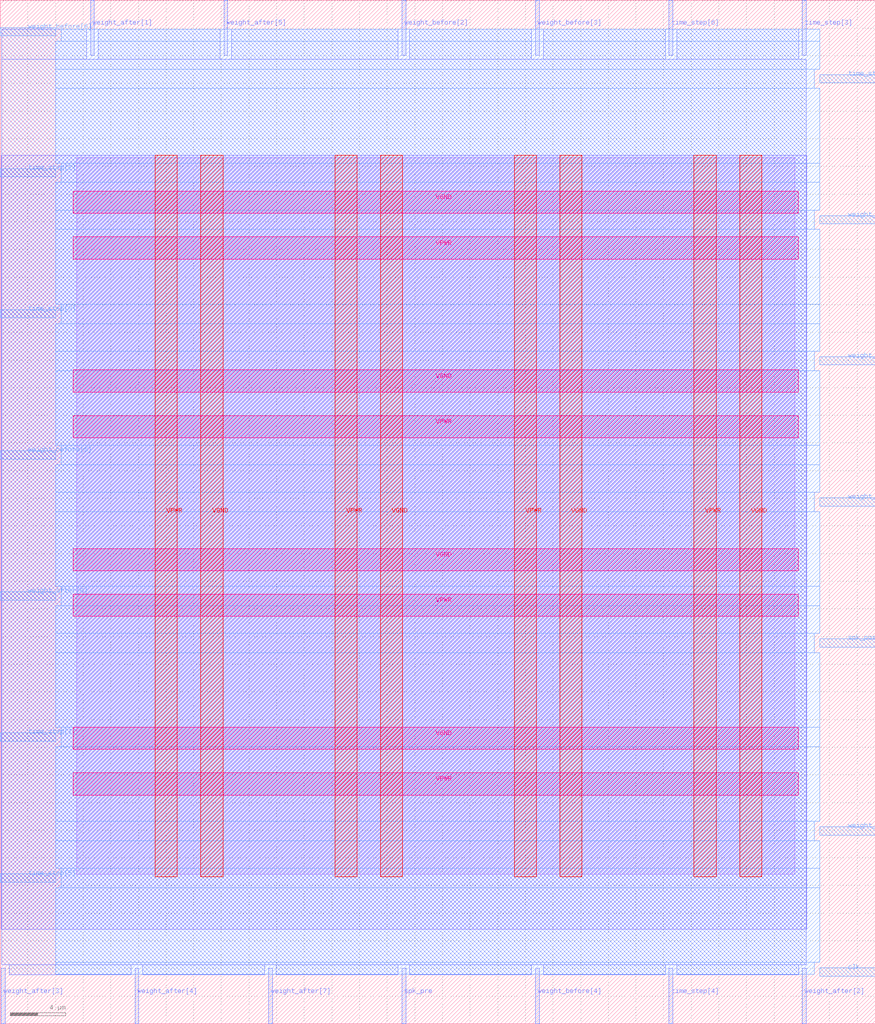
<source format=lef>
VERSION 5.7 ;
  NOWIREEXTENSIONATPIN ON ;
  DIVIDERCHAR "/" ;
  BUSBITCHARS "[]" ;
MACRO stdp
  CLASS BLOCK ;
  FOREIGN stdp ;
  ORIGIN 0.000 0.000 ;
  SIZE 63.315 BY 74.035 ;
  PIN VGND
    DIRECTION INOUT ;
    USE GROUND ;
    PORT
      LAYER met4 ;
        RECT 14.515 10.640 16.115 62.800 ;
    END
    PORT
      LAYER met4 ;
        RECT 27.510 10.640 29.110 62.800 ;
    END
    PORT
      LAYER met4 ;
        RECT 40.505 10.640 42.105 62.800 ;
    END
    PORT
      LAYER met4 ;
        RECT 53.500 10.640 55.100 62.800 ;
    END
    PORT
      LAYER met5 ;
        RECT 5.280 19.840 57.740 21.440 ;
    END
    PORT
      LAYER met5 ;
        RECT 5.280 32.760 57.740 34.360 ;
    END
    PORT
      LAYER met5 ;
        RECT 5.280 45.680 57.740 47.280 ;
    END
    PORT
      LAYER met5 ;
        RECT 5.280 58.600 57.740 60.200 ;
    END
  END VGND
  PIN VPWR
    DIRECTION INOUT ;
    USE POWER ;
    PORT
      LAYER met4 ;
        RECT 11.215 10.640 12.815 62.800 ;
    END
    PORT
      LAYER met4 ;
        RECT 24.210 10.640 25.810 62.800 ;
    END
    PORT
      LAYER met4 ;
        RECT 37.205 10.640 38.805 62.800 ;
    END
    PORT
      LAYER met4 ;
        RECT 50.200 10.640 51.800 62.800 ;
    END
    PORT
      LAYER met5 ;
        RECT 5.280 16.540 57.740 18.140 ;
    END
    PORT
      LAYER met5 ;
        RECT 5.280 29.460 57.740 31.060 ;
    END
    PORT
      LAYER met5 ;
        RECT 5.280 42.380 57.740 43.980 ;
    END
    PORT
      LAYER met5 ;
        RECT 5.280 55.300 57.740 56.900 ;
    END
  END VPWR
  PIN clk
    DIRECTION INPUT ;
    USE SIGNAL ;
    ANTENNAGATEAREA 0.852000 ;
    PORT
      LAYER met3 ;
        RECT 59.315 3.440 63.315 4.040 ;
    END
  END clk
  PIN spk_post
    DIRECTION INPUT ;
    USE SIGNAL ;
    ANTENNAGATEAREA 0.213000 ;
    PORT
      LAYER met3 ;
        RECT 59.315 27.240 63.315 27.840 ;
    END
  END spk_post
  PIN spk_pre
    DIRECTION INPUT ;
    USE SIGNAL ;
    ANTENNAGATEAREA 0.213000 ;
    PORT
      LAYER met2 ;
        RECT 29.070 0.000 29.350 4.000 ;
    END
  END spk_pre
  PIN time_step[0]
    DIRECTION INPUT ;
    USE SIGNAL ;
    ANTENNAGATEAREA 0.196500 ;
    PORT
      LAYER met3 ;
        RECT 0.000 51.040 4.000 51.640 ;
    END
  END time_step[0]
  PIN time_step[1]
    DIRECTION INPUT ;
    USE SIGNAL ;
    ANTENNAGATEAREA 0.196500 ;
    PORT
      LAYER met3 ;
        RECT 0.000 20.440 4.000 21.040 ;
    END
  END time_step[1]
  PIN time_step[2]
    DIRECTION INPUT ;
    USE SIGNAL ;
    ANTENNAGATEAREA 0.196500 ;
    PORT
      LAYER met3 ;
        RECT 0.000 61.240 4.000 61.840 ;
    END
  END time_step[2]
  PIN time_step[3]
    DIRECTION INPUT ;
    USE SIGNAL ;
    ANTENNAGATEAREA 0.196500 ;
    PORT
      LAYER met2 ;
        RECT 58.050 70.035 58.330 74.035 ;
    END
  END time_step[3]
  PIN time_step[4]
    DIRECTION INPUT ;
    USE SIGNAL ;
    ANTENNAGATEAREA 0.196500 ;
    PORT
      LAYER met2 ;
        RECT 48.390 0.000 48.670 4.000 ;
    END
  END time_step[4]
  PIN time_step[5]
    DIRECTION INPUT ;
    USE SIGNAL ;
    ANTENNAGATEAREA 0.196500 ;
    PORT
      LAYER met3 ;
        RECT 0.000 10.240 4.000 10.840 ;
    END
  END time_step[5]
  PIN time_step[6]
    DIRECTION INPUT ;
    USE SIGNAL ;
    ANTENNAGATEAREA 0.196500 ;
    PORT
      LAYER met2 ;
        RECT 48.390 70.035 48.670 74.035 ;
    END
  END time_step[6]
  PIN time_step[7]
    DIRECTION INPUT ;
    USE SIGNAL ;
    ANTENNAGATEAREA 0.196500 ;
    PORT
      LAYER met3 ;
        RECT 59.315 68.040 63.315 68.640 ;
    END
  END time_step[7]
  PIN weight_after[0]
    DIRECTION OUTPUT TRISTATE ;
    USE SIGNAL ;
    ANTENNADIFFAREA 0.795200 ;
    PORT
      LAYER met3 ;
        RECT 0.000 30.640 4.000 31.240 ;
    END
  END weight_after[0]
  PIN weight_after[1]
    DIRECTION OUTPUT TRISTATE ;
    USE SIGNAL ;
    ANTENNADIFFAREA 0.795200 ;
    PORT
      LAYER met2 ;
        RECT 6.530 70.035 6.810 74.035 ;
    END
  END weight_after[1]
  PIN weight_after[2]
    DIRECTION OUTPUT TRISTATE ;
    USE SIGNAL ;
    ANTENNADIFFAREA 0.795200 ;
    PORT
      LAYER met2 ;
        RECT 58.050 0.000 58.330 4.000 ;
    END
  END weight_after[2]
  PIN weight_after[3]
    DIRECTION OUTPUT TRISTATE ;
    USE SIGNAL ;
    ANTENNADIFFAREA 0.795200 ;
    PORT
      LAYER met2 ;
        RECT 0.090 0.000 0.370 4.000 ;
    END
  END weight_after[3]
  PIN weight_after[4]
    DIRECTION OUTPUT TRISTATE ;
    USE SIGNAL ;
    ANTENNADIFFAREA 0.795200 ;
    PORT
      LAYER met2 ;
        RECT 9.750 0.000 10.030 4.000 ;
    END
  END weight_after[4]
  PIN weight_after[5]
    DIRECTION OUTPUT TRISTATE ;
    USE SIGNAL ;
    ANTENNADIFFAREA 0.795200 ;
    PORT
      LAYER met2 ;
        RECT 16.190 70.035 16.470 74.035 ;
    END
  END weight_after[5]
  PIN weight_after[6]
    DIRECTION OUTPUT TRISTATE ;
    USE SIGNAL ;
    ANTENNADIFFAREA 0.795200 ;
    PORT
      LAYER met3 ;
        RECT 59.315 13.640 63.315 14.240 ;
    END
  END weight_after[6]
  PIN weight_after[7]
    DIRECTION OUTPUT TRISTATE ;
    USE SIGNAL ;
    ANTENNADIFFAREA 0.795200 ;
    PORT
      LAYER met2 ;
        RECT 19.410 0.000 19.690 4.000 ;
    END
  END weight_after[7]
  PIN weight_before[0]
    DIRECTION INPUT ;
    USE SIGNAL ;
    ANTENNAGATEAREA 0.196500 ;
    PORT
      LAYER met3 ;
        RECT 59.315 47.640 63.315 48.240 ;
    END
  END weight_before[0]
  PIN weight_before[1]
    DIRECTION INPUT ;
    USE SIGNAL ;
    ANTENNAGATEAREA 0.196500 ;
    PORT
      LAYER met3 ;
        RECT 59.315 57.840 63.315 58.440 ;
    END
  END weight_before[1]
  PIN weight_before[2]
    DIRECTION INPUT ;
    USE SIGNAL ;
    ANTENNAGATEAREA 0.196500 ;
    PORT
      LAYER met2 ;
        RECT 29.070 70.035 29.350 74.035 ;
    END
  END weight_before[2]
  PIN weight_before[3]
    DIRECTION INPUT ;
    USE SIGNAL ;
    ANTENNAGATEAREA 0.196500 ;
    PORT
      LAYER met2 ;
        RECT 38.730 70.035 39.010 74.035 ;
    END
  END weight_before[3]
  PIN weight_before[4]
    DIRECTION INPUT ;
    USE SIGNAL ;
    ANTENNAGATEAREA 0.196500 ;
    PORT
      LAYER met2 ;
        RECT 38.730 0.000 39.010 4.000 ;
    END
  END weight_before[4]
  PIN weight_before[5]
    DIRECTION INPUT ;
    USE SIGNAL ;
    ANTENNAGATEAREA 0.196500 ;
    PORT
      LAYER met3 ;
        RECT 0.000 40.840 4.000 41.440 ;
    END
  END weight_before[5]
  PIN weight_before[6]
    DIRECTION INPUT ;
    USE SIGNAL ;
    ANTENNAGATEAREA 0.196500 ;
    PORT
      LAYER met3 ;
        RECT 0.000 71.440 4.000 72.040 ;
    END
  END weight_before[6]
  PIN weight_before[7]
    DIRECTION INPUT ;
    USE SIGNAL ;
    ANTENNAGATEAREA 0.196500 ;
    PORT
      LAYER met3 ;
        RECT 59.315 37.440 63.315 38.040 ;
    END
  END weight_before[7]
  OBS
      LAYER li1 ;
        RECT 5.520 10.795 57.500 62.645 ;
      LAYER met1 ;
        RECT 0.070 6.840 58.350 62.800 ;
      LAYER met2 ;
        RECT 0.100 69.755 6.250 71.925 ;
        RECT 7.090 69.755 15.910 71.925 ;
        RECT 16.750 69.755 28.790 71.925 ;
        RECT 29.630 69.755 38.450 71.925 ;
        RECT 39.290 69.755 48.110 71.925 ;
        RECT 48.950 69.755 57.770 71.925 ;
        RECT 0.100 4.280 58.330 69.755 ;
        RECT 0.650 3.555 9.470 4.280 ;
        RECT 10.310 3.555 19.130 4.280 ;
        RECT 19.970 3.555 28.790 4.280 ;
        RECT 29.630 3.555 38.450 4.280 ;
        RECT 39.290 3.555 48.110 4.280 ;
        RECT 48.950 3.555 57.770 4.280 ;
      LAYER met3 ;
        RECT 4.400 71.040 59.315 71.905 ;
        RECT 4.000 69.040 59.315 71.040 ;
        RECT 4.000 67.640 58.915 69.040 ;
        RECT 4.000 62.240 59.315 67.640 ;
        RECT 4.400 60.840 59.315 62.240 ;
        RECT 4.000 58.840 59.315 60.840 ;
        RECT 4.000 57.440 58.915 58.840 ;
        RECT 4.000 52.040 59.315 57.440 ;
        RECT 4.400 50.640 59.315 52.040 ;
        RECT 4.000 48.640 59.315 50.640 ;
        RECT 4.000 47.240 58.915 48.640 ;
        RECT 4.000 41.840 59.315 47.240 ;
        RECT 4.400 40.440 59.315 41.840 ;
        RECT 4.000 38.440 59.315 40.440 ;
        RECT 4.000 37.040 58.915 38.440 ;
        RECT 4.000 31.640 59.315 37.040 ;
        RECT 4.400 30.240 59.315 31.640 ;
        RECT 4.000 28.240 59.315 30.240 ;
        RECT 4.000 26.840 58.915 28.240 ;
        RECT 4.000 21.440 59.315 26.840 ;
        RECT 4.400 20.040 59.315 21.440 ;
        RECT 4.000 14.640 59.315 20.040 ;
        RECT 4.000 13.240 58.915 14.640 ;
        RECT 4.000 11.240 59.315 13.240 ;
        RECT 4.400 9.840 59.315 11.240 ;
        RECT 4.000 4.440 59.315 9.840 ;
        RECT 4.000 3.575 58.915 4.440 ;
  END
END stdp
END LIBRARY


</source>
